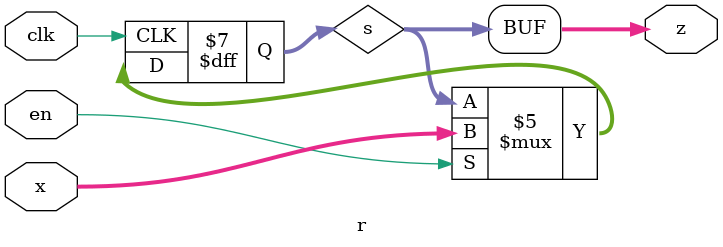
<source format=v>
module r(output [N-1:0]z, input [N-1:0]x, input en, input clk);

   // si può definire la lunghezza del registro come parametro del modulo
   parameter N = 8;

   // questo è il dispositivo fisico che contiene lo stato
   reg [N-1:0] s;

   // inizializzazione (visto che non abbiamo il reset)
   initial
     s = 0;
   
   // funzione di transizione dello stato interno:
   // quando il clock va alto, in presenza di enable
   // memorizza il valore che trovi in ingresso
   always @(posedge clk)
     begin
	if(en==1)
	  s = x;
     end

   // il valore dell'uscita è sempre il valore del registro
   assign z = s;

endmodule // reg

</source>
